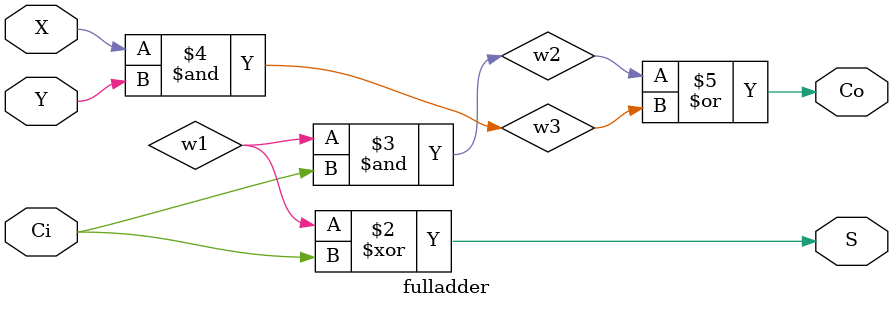
<source format=v>
module rippe_adder(S, Cout, X, Y,Cin);
input [3:0] X, Y;// Two 4-bit inputs
input Cin;
output [3:0] S;
output Cout;
wire wl, w2, w3;

fulladder u1(S[0], w1,X[0], Y[0], Cin);
fulladder u2(S[1], w2,X[1], Y[1], w1);
fulladder u3(S[2], w3,X[2], Y[2], w2);
fulladder u4(S[3], Cout,X[3], Y[3], w3);
endmodule
module fulladder(S, Co, X, Y, Ci);
input X, Y, Ci;
output S, Co;
wire w1,w2,w3;
//Structural code for one bit full adder 
xor G1(wl, X, Y);
xor G2(S, w1, Ci);
and G3(w2, w1, Ci);
and G4(w3, X, Y);
or  G5(Co, w2, w3);
endmodule

</source>
